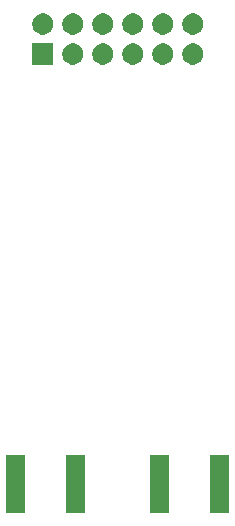
<source format=gbr>
G04 #@! TF.GenerationSoftware,KiCad,Pcbnew,5.1.5-52549c5~84~ubuntu18.04.1*
G04 #@! TF.CreationDate,2020-01-04T20:43:16+00:00*
G04 #@! TF.ProjectId,SX1257_pmod,53583132-3537-45f7-906d-6f642e6b6963,rev?*
G04 #@! TF.SameCoordinates,Original*
G04 #@! TF.FileFunction,Soldermask,Bot*
G04 #@! TF.FilePolarity,Negative*
%FSLAX46Y46*%
G04 Gerber Fmt 4.6, Leading zero omitted, Abs format (unit mm)*
G04 Created by KiCad (PCBNEW 5.1.5-52549c5~84~ubuntu18.04.1) date 2020-01-04 20:43:16*
%MOMM*%
%LPD*%
G04 APERTURE LIST*
%ADD10C,0.100000*%
G04 APERTURE END LIST*
D10*
G36*
X128829000Y-68064000D02*
G01*
X127203000Y-68064000D01*
X127203000Y-63162000D01*
X128829000Y-63162000D01*
X128829000Y-68064000D01*
G37*
G36*
X121717000Y-68064000D02*
G01*
X120091000Y-68064000D01*
X120091000Y-63162000D01*
X121717000Y-63162000D01*
X121717000Y-68064000D01*
G37*
G36*
X116637000Y-68064000D02*
G01*
X115011000Y-68064000D01*
X115011000Y-63162000D01*
X116637000Y-63162000D01*
X116637000Y-68064000D01*
G37*
G36*
X133909000Y-68064000D02*
G01*
X132283000Y-68064000D01*
X132283000Y-63162000D01*
X133909000Y-63162000D01*
X133909000Y-68064000D01*
G37*
G36*
X119011000Y-30111000D02*
G01*
X117209000Y-30111000D01*
X117209000Y-28309000D01*
X119011000Y-28309000D01*
X119011000Y-30111000D01*
G37*
G36*
X128383512Y-28313927D02*
G01*
X128532812Y-28343624D01*
X128696784Y-28411544D01*
X128844354Y-28510147D01*
X128969853Y-28635646D01*
X129068456Y-28783216D01*
X129136376Y-28947188D01*
X129171000Y-29121259D01*
X129171000Y-29298741D01*
X129136376Y-29472812D01*
X129068456Y-29636784D01*
X128969853Y-29784354D01*
X128844354Y-29909853D01*
X128696784Y-30008456D01*
X128532812Y-30076376D01*
X128383512Y-30106073D01*
X128358742Y-30111000D01*
X128181258Y-30111000D01*
X128156488Y-30106073D01*
X128007188Y-30076376D01*
X127843216Y-30008456D01*
X127695646Y-29909853D01*
X127570147Y-29784354D01*
X127471544Y-29636784D01*
X127403624Y-29472812D01*
X127369000Y-29298741D01*
X127369000Y-29121259D01*
X127403624Y-28947188D01*
X127471544Y-28783216D01*
X127570147Y-28635646D01*
X127695646Y-28510147D01*
X127843216Y-28411544D01*
X128007188Y-28343624D01*
X128156488Y-28313927D01*
X128181258Y-28309000D01*
X128358742Y-28309000D01*
X128383512Y-28313927D01*
G37*
G36*
X120763512Y-28313927D02*
G01*
X120912812Y-28343624D01*
X121076784Y-28411544D01*
X121224354Y-28510147D01*
X121349853Y-28635646D01*
X121448456Y-28783216D01*
X121516376Y-28947188D01*
X121551000Y-29121259D01*
X121551000Y-29298741D01*
X121516376Y-29472812D01*
X121448456Y-29636784D01*
X121349853Y-29784354D01*
X121224354Y-29909853D01*
X121076784Y-30008456D01*
X120912812Y-30076376D01*
X120763512Y-30106073D01*
X120738742Y-30111000D01*
X120561258Y-30111000D01*
X120536488Y-30106073D01*
X120387188Y-30076376D01*
X120223216Y-30008456D01*
X120075646Y-29909853D01*
X119950147Y-29784354D01*
X119851544Y-29636784D01*
X119783624Y-29472812D01*
X119749000Y-29298741D01*
X119749000Y-29121259D01*
X119783624Y-28947188D01*
X119851544Y-28783216D01*
X119950147Y-28635646D01*
X120075646Y-28510147D01*
X120223216Y-28411544D01*
X120387188Y-28343624D01*
X120536488Y-28313927D01*
X120561258Y-28309000D01*
X120738742Y-28309000D01*
X120763512Y-28313927D01*
G37*
G36*
X123303512Y-28313927D02*
G01*
X123452812Y-28343624D01*
X123616784Y-28411544D01*
X123764354Y-28510147D01*
X123889853Y-28635646D01*
X123988456Y-28783216D01*
X124056376Y-28947188D01*
X124091000Y-29121259D01*
X124091000Y-29298741D01*
X124056376Y-29472812D01*
X123988456Y-29636784D01*
X123889853Y-29784354D01*
X123764354Y-29909853D01*
X123616784Y-30008456D01*
X123452812Y-30076376D01*
X123303512Y-30106073D01*
X123278742Y-30111000D01*
X123101258Y-30111000D01*
X123076488Y-30106073D01*
X122927188Y-30076376D01*
X122763216Y-30008456D01*
X122615646Y-29909853D01*
X122490147Y-29784354D01*
X122391544Y-29636784D01*
X122323624Y-29472812D01*
X122289000Y-29298741D01*
X122289000Y-29121259D01*
X122323624Y-28947188D01*
X122391544Y-28783216D01*
X122490147Y-28635646D01*
X122615646Y-28510147D01*
X122763216Y-28411544D01*
X122927188Y-28343624D01*
X123076488Y-28313927D01*
X123101258Y-28309000D01*
X123278742Y-28309000D01*
X123303512Y-28313927D01*
G37*
G36*
X125843512Y-28313927D02*
G01*
X125992812Y-28343624D01*
X126156784Y-28411544D01*
X126304354Y-28510147D01*
X126429853Y-28635646D01*
X126528456Y-28783216D01*
X126596376Y-28947188D01*
X126631000Y-29121259D01*
X126631000Y-29298741D01*
X126596376Y-29472812D01*
X126528456Y-29636784D01*
X126429853Y-29784354D01*
X126304354Y-29909853D01*
X126156784Y-30008456D01*
X125992812Y-30076376D01*
X125843512Y-30106073D01*
X125818742Y-30111000D01*
X125641258Y-30111000D01*
X125616488Y-30106073D01*
X125467188Y-30076376D01*
X125303216Y-30008456D01*
X125155646Y-29909853D01*
X125030147Y-29784354D01*
X124931544Y-29636784D01*
X124863624Y-29472812D01*
X124829000Y-29298741D01*
X124829000Y-29121259D01*
X124863624Y-28947188D01*
X124931544Y-28783216D01*
X125030147Y-28635646D01*
X125155646Y-28510147D01*
X125303216Y-28411544D01*
X125467188Y-28343624D01*
X125616488Y-28313927D01*
X125641258Y-28309000D01*
X125818742Y-28309000D01*
X125843512Y-28313927D01*
G37*
G36*
X130923512Y-28313927D02*
G01*
X131072812Y-28343624D01*
X131236784Y-28411544D01*
X131384354Y-28510147D01*
X131509853Y-28635646D01*
X131608456Y-28783216D01*
X131676376Y-28947188D01*
X131711000Y-29121259D01*
X131711000Y-29298741D01*
X131676376Y-29472812D01*
X131608456Y-29636784D01*
X131509853Y-29784354D01*
X131384354Y-29909853D01*
X131236784Y-30008456D01*
X131072812Y-30076376D01*
X130923512Y-30106073D01*
X130898742Y-30111000D01*
X130721258Y-30111000D01*
X130696488Y-30106073D01*
X130547188Y-30076376D01*
X130383216Y-30008456D01*
X130235646Y-29909853D01*
X130110147Y-29784354D01*
X130011544Y-29636784D01*
X129943624Y-29472812D01*
X129909000Y-29298741D01*
X129909000Y-29121259D01*
X129943624Y-28947188D01*
X130011544Y-28783216D01*
X130110147Y-28635646D01*
X130235646Y-28510147D01*
X130383216Y-28411544D01*
X130547188Y-28343624D01*
X130696488Y-28313927D01*
X130721258Y-28309000D01*
X130898742Y-28309000D01*
X130923512Y-28313927D01*
G37*
G36*
X118223512Y-25773927D02*
G01*
X118372812Y-25803624D01*
X118536784Y-25871544D01*
X118684354Y-25970147D01*
X118809853Y-26095646D01*
X118908456Y-26243216D01*
X118976376Y-26407188D01*
X119011000Y-26581259D01*
X119011000Y-26758741D01*
X118976376Y-26932812D01*
X118908456Y-27096784D01*
X118809853Y-27244354D01*
X118684354Y-27369853D01*
X118536784Y-27468456D01*
X118372812Y-27536376D01*
X118223512Y-27566073D01*
X118198742Y-27571000D01*
X118021258Y-27571000D01*
X117996488Y-27566073D01*
X117847188Y-27536376D01*
X117683216Y-27468456D01*
X117535646Y-27369853D01*
X117410147Y-27244354D01*
X117311544Y-27096784D01*
X117243624Y-26932812D01*
X117209000Y-26758741D01*
X117209000Y-26581259D01*
X117243624Y-26407188D01*
X117311544Y-26243216D01*
X117410147Y-26095646D01*
X117535646Y-25970147D01*
X117683216Y-25871544D01*
X117847188Y-25803624D01*
X117996488Y-25773927D01*
X118021258Y-25769000D01*
X118198742Y-25769000D01*
X118223512Y-25773927D01*
G37*
G36*
X120763512Y-25773927D02*
G01*
X120912812Y-25803624D01*
X121076784Y-25871544D01*
X121224354Y-25970147D01*
X121349853Y-26095646D01*
X121448456Y-26243216D01*
X121516376Y-26407188D01*
X121551000Y-26581259D01*
X121551000Y-26758741D01*
X121516376Y-26932812D01*
X121448456Y-27096784D01*
X121349853Y-27244354D01*
X121224354Y-27369853D01*
X121076784Y-27468456D01*
X120912812Y-27536376D01*
X120763512Y-27566073D01*
X120738742Y-27571000D01*
X120561258Y-27571000D01*
X120536488Y-27566073D01*
X120387188Y-27536376D01*
X120223216Y-27468456D01*
X120075646Y-27369853D01*
X119950147Y-27244354D01*
X119851544Y-27096784D01*
X119783624Y-26932812D01*
X119749000Y-26758741D01*
X119749000Y-26581259D01*
X119783624Y-26407188D01*
X119851544Y-26243216D01*
X119950147Y-26095646D01*
X120075646Y-25970147D01*
X120223216Y-25871544D01*
X120387188Y-25803624D01*
X120536488Y-25773927D01*
X120561258Y-25769000D01*
X120738742Y-25769000D01*
X120763512Y-25773927D01*
G37*
G36*
X123303512Y-25773927D02*
G01*
X123452812Y-25803624D01*
X123616784Y-25871544D01*
X123764354Y-25970147D01*
X123889853Y-26095646D01*
X123988456Y-26243216D01*
X124056376Y-26407188D01*
X124091000Y-26581259D01*
X124091000Y-26758741D01*
X124056376Y-26932812D01*
X123988456Y-27096784D01*
X123889853Y-27244354D01*
X123764354Y-27369853D01*
X123616784Y-27468456D01*
X123452812Y-27536376D01*
X123303512Y-27566073D01*
X123278742Y-27571000D01*
X123101258Y-27571000D01*
X123076488Y-27566073D01*
X122927188Y-27536376D01*
X122763216Y-27468456D01*
X122615646Y-27369853D01*
X122490147Y-27244354D01*
X122391544Y-27096784D01*
X122323624Y-26932812D01*
X122289000Y-26758741D01*
X122289000Y-26581259D01*
X122323624Y-26407188D01*
X122391544Y-26243216D01*
X122490147Y-26095646D01*
X122615646Y-25970147D01*
X122763216Y-25871544D01*
X122927188Y-25803624D01*
X123076488Y-25773927D01*
X123101258Y-25769000D01*
X123278742Y-25769000D01*
X123303512Y-25773927D01*
G37*
G36*
X125843512Y-25773927D02*
G01*
X125992812Y-25803624D01*
X126156784Y-25871544D01*
X126304354Y-25970147D01*
X126429853Y-26095646D01*
X126528456Y-26243216D01*
X126596376Y-26407188D01*
X126631000Y-26581259D01*
X126631000Y-26758741D01*
X126596376Y-26932812D01*
X126528456Y-27096784D01*
X126429853Y-27244354D01*
X126304354Y-27369853D01*
X126156784Y-27468456D01*
X125992812Y-27536376D01*
X125843512Y-27566073D01*
X125818742Y-27571000D01*
X125641258Y-27571000D01*
X125616488Y-27566073D01*
X125467188Y-27536376D01*
X125303216Y-27468456D01*
X125155646Y-27369853D01*
X125030147Y-27244354D01*
X124931544Y-27096784D01*
X124863624Y-26932812D01*
X124829000Y-26758741D01*
X124829000Y-26581259D01*
X124863624Y-26407188D01*
X124931544Y-26243216D01*
X125030147Y-26095646D01*
X125155646Y-25970147D01*
X125303216Y-25871544D01*
X125467188Y-25803624D01*
X125616488Y-25773927D01*
X125641258Y-25769000D01*
X125818742Y-25769000D01*
X125843512Y-25773927D01*
G37*
G36*
X130923512Y-25773927D02*
G01*
X131072812Y-25803624D01*
X131236784Y-25871544D01*
X131384354Y-25970147D01*
X131509853Y-26095646D01*
X131608456Y-26243216D01*
X131676376Y-26407188D01*
X131711000Y-26581259D01*
X131711000Y-26758741D01*
X131676376Y-26932812D01*
X131608456Y-27096784D01*
X131509853Y-27244354D01*
X131384354Y-27369853D01*
X131236784Y-27468456D01*
X131072812Y-27536376D01*
X130923512Y-27566073D01*
X130898742Y-27571000D01*
X130721258Y-27571000D01*
X130696488Y-27566073D01*
X130547188Y-27536376D01*
X130383216Y-27468456D01*
X130235646Y-27369853D01*
X130110147Y-27244354D01*
X130011544Y-27096784D01*
X129943624Y-26932812D01*
X129909000Y-26758741D01*
X129909000Y-26581259D01*
X129943624Y-26407188D01*
X130011544Y-26243216D01*
X130110147Y-26095646D01*
X130235646Y-25970147D01*
X130383216Y-25871544D01*
X130547188Y-25803624D01*
X130696488Y-25773927D01*
X130721258Y-25769000D01*
X130898742Y-25769000D01*
X130923512Y-25773927D01*
G37*
G36*
X128383512Y-25773927D02*
G01*
X128532812Y-25803624D01*
X128696784Y-25871544D01*
X128844354Y-25970147D01*
X128969853Y-26095646D01*
X129068456Y-26243216D01*
X129136376Y-26407188D01*
X129171000Y-26581259D01*
X129171000Y-26758741D01*
X129136376Y-26932812D01*
X129068456Y-27096784D01*
X128969853Y-27244354D01*
X128844354Y-27369853D01*
X128696784Y-27468456D01*
X128532812Y-27536376D01*
X128383512Y-27566073D01*
X128358742Y-27571000D01*
X128181258Y-27571000D01*
X128156488Y-27566073D01*
X128007188Y-27536376D01*
X127843216Y-27468456D01*
X127695646Y-27369853D01*
X127570147Y-27244354D01*
X127471544Y-27096784D01*
X127403624Y-26932812D01*
X127369000Y-26758741D01*
X127369000Y-26581259D01*
X127403624Y-26407188D01*
X127471544Y-26243216D01*
X127570147Y-26095646D01*
X127695646Y-25970147D01*
X127843216Y-25871544D01*
X128007188Y-25803624D01*
X128156488Y-25773927D01*
X128181258Y-25769000D01*
X128358742Y-25769000D01*
X128383512Y-25773927D01*
G37*
M02*

</source>
